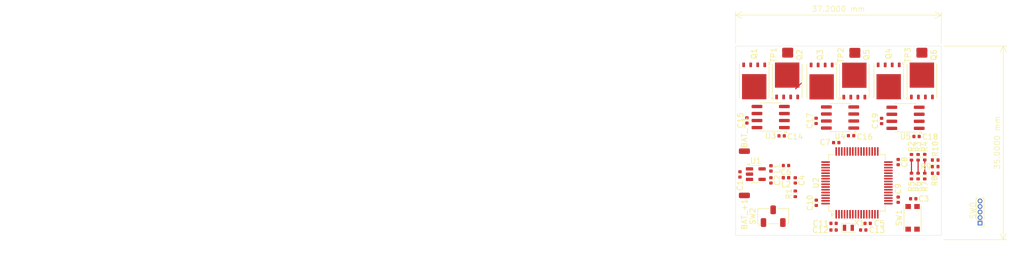
<source format=kicad_pcb>
(kicad_pcb (version 20240108) (generator "pcbnew") (generator_version "8.0")
  (layers (0 "F.Cu" mixed) (1 "In1.Cu" power "GND") (2 "In2.Cu" power "PWR") (31 "B.Cu" mixed) (34 "B.Paste" user) (35 "F.Paste" user) (36 "B.SilkS" user "B.Silkscreen") (37 "F.SilkS" user "F.Silkscreen") (38 "B.Mask" user) (39 "F.Mask" user) (44 "Edge.Cuts" user))
  (net 0 "")
  (net 1 "GND")
  (net 2 "+15V")
  (net 3 "+3.3V")
  (net 4 "SWCLK")
  (net 5 "SWDIO")
  (net 6 "/BOOT0")
  (net 7 "PH_A")
  (net 8 "PH_B")
  (net 9 "/BOOT0_SW")
  (net 10 "PH_C")
  (net 11 "Net-(U3-HB)")
  (net 12 "COMP1_INM")
  (net 13 "Net-(U4-HB)")
  (net 14 "Net-(U5-HB)")
  (net 15 "COMP1_INP")
  (net 16 "Net-(Q1-G)")
  (net 17 "Net-(Q2-G)")
  (net 18 "Net-(Q3-G)")
  (net 19 "Net-(Q4-G)")
  (net 20 "Net-(Q5-G)")
  (net 21 "Net-(Q6-G)")
  (net 22 "BL")
  (net 23 "AL")
  (net 24 "AH")
  (net 25 "BH")
  (net 26 "CH")
  (net 27 "CL")
  (net 28 "+3.3VA")
  (net 29 "Net-(U1-SW)")
  (net 69 "/HSE")
  (net 70 "SW_JT_RESET")
  (footprint "Capacitor_SMD:C_0402_1005Metric" (layer "F.Cu") (at 198.285 40.4 180)
    (property "Reference" "C16" (at -2.48 -0.2 0) (layer "F.SilkS"))
    (property "Value" "100nF")
    (fp_line (start -0.107836 0.36) (end 0.107836 0.36) (stroke (width 0.12)) (layer "F.SilkS"))
    (fp_line (start -0.107836 -0.36) (end 0.107836 -0.36) (stroke (width 0.12)) (layer "F.SilkS"))
    (pad "1" smd roundrect (at -0.48 0 180) (size 0.56 0.62) (layers "F.Cu" "F.Paste" "F.Mask") (net 2 "+15V"))
    (pad "2" smd roundrect (at 0.48 0 180) (size 0.56 0.62) (layers "F.Cu" "F.Paste" "F.Mask") (net 1 "GND"))
  )
  (footprint "" (layer "F.Cu") (at 198.965 25.025)
    (property "Reference" "" (at 0 0 0) (layer "F.SilkS") (effects (font (size 1.27 1.27))))
    (property "Value" "")
    (pad "1" smd roundrect (at 0 0 90) (size 1 2) (layers "F.Cu" "F.Paste" "F.Mask") (net 8 "PH_B"))
  )
  (footprint "Resistor_SMD:R_0402_1005Metric" (layer "F.Cu") (at 210.4 44.3 90)
    (property "Reference" "R3" (at 1.91 0 90) (layer "F.SilkS"))
    (property "Value" "33k")
    (fp_line (start -0.153641 -0.38) (end 0.153641 -0.38) (stroke (width 0.12)) (layer "F.SilkS"))
    (fp_line (start -0.153641 0.38) (end 0.153641 0.38) (stroke (width 0.12)) (layer "F.SilkS"))
    (pad "1" smd roundrect (at -0.51 0 90) (size 0.54 0.64) (layers "F.Cu" "F.Paste" "F.Mask") (net 8 "PH_B"))
    (pad "2" smd roundrect (at 0.51 0 90) (size 0.54 0.64) (layers "F.Cu" "F.Paste" "F.Mask") (net 8 "PH_B"))
  )
  (footprint "Capacitor_SMD:C_0402_1005Metric" (layer "F.Cu") (at 201.28 56.25 180)
    (property "Reference" "C5" (at -2.12 0 0) (layer "F.SilkS"))
    (property "Value" "10nF")
    (fp_line (start -0.107836 0.36) (end 0.107836 0.36) (stroke (width 0.12)) (layer "F.SilkS"))
    (fp_line (start -0.107836 -0.36) (end 0.107836 -0.36) (stroke (width 0.12)) (layer "F.SilkS"))
    (pad "1" smd roundrect (at -0.48 0 180) (size 0.56 0.62) (layers "F.Cu" "F.Paste" "F.Mask") (net 28 "+3.3VA"))
    (pad "2" smd roundrect (at 0.48 0 180) (size 0.56 0.62) (layers "F.Cu" "F.Paste" "F.Mask") (net 1 "GND"))
  )
  (footprint "Inductor_SMD:L_0402_1005Metric" (layer "F.Cu") (at 186.515 48)
    (property "Reference" "L2" (at 0 1.2 0) (layer "F.SilkS"))
    (property "Value" "1uH")
    (pad "1" smd roundrect (at -0.485 0) (size 0.59 0.64) (layers "F.Cu" "F.Paste" "F.Mask") (net 3 "+3.3V"))
    (pad "2" smd roundrect (at 0.485 0) (size 0.59 0.64) (layers "F.Cu" "F.Paste" "F.Mask") (net 28 "+3.3VA"))
  )
  (footprint "Capacitor_SMD:C_0402_1005Metric" (layer "F.Cu") (at 191.965 37.72 90)
    (property "Reference" "C17" (at 0 -1.16 90) (layer "F.SilkS"))
    (property "Value" "100nF")
    (fp_line (start -0.107836 -0.36) (end 0.107836 -0.36) (stroke (width 0.12)) (layer "F.SilkS"))
    (fp_line (start -0.107836 0.36) (end 0.107836 0.36) (stroke (width 0.12)) (layer "F.SilkS"))
    (pad "1" smd roundrect (at -0.48 0 90) (size 0.56 0.62) (layers "F.Cu" "F.Paste" "F.Mask") (net 13 "Net-(U4-HB)"))
    (pad "2" smd roundrect (at 0.48 0 90) (size 0.56 0.62) (layers "F.Cu" "F.Paste" "F.Mask") (net 8 "PH_B"))
  )
  (footprint "Resistor_SMD:R_0402_1005Metric" (layer "F.Cu") (at 213.49 47.2 180)
    (property "Reference" "R8" (at 0.09 -1.39 90) (layer "F.SilkS"))
    (property "Value" "10k")
    (fp_line (start -0.153641 0.38) (end 0.153641 0.38) (stroke (width 0.12)) (layer "F.SilkS"))
    (fp_line (start -0.153641 -0.38) (end 0.153641 -0.38) (stroke (width 0.12)) (layer "F.SilkS"))
    (pad "1" smd roundrect (at -0.51 0 180) (size 0.54 0.64) (layers "F.Cu" "F.Paste" "F.Mask") (net 1 "GND"))
    (pad "2" smd roundrect (at 0.51 0 180) (size 0.54 0.64) (layers "F.Cu" "F.Paste" "F.Mask") (net 10 "PH_C"))
  )
  (footprint "Capacitor_SMD:C_0402_1005Metric" (layer "F.Cu") (at 203.8 37.74 90)
    (property "Reference" "C19" (at 0 -1.16 90) (layer "F.SilkS"))
    (property "Value" "100nF")
    (fp_line (start -0.107836 -0.36) (end 0.107836 -0.36) (stroke (width 0.12)) (layer "F.SilkS"))
    (fp_line (start -0.107836 0.36) (end 0.107836 0.36) (stroke (width 0.12)) (layer "F.SilkS"))
    (pad "1" smd roundrect (at -0.48 0 90) (size 0.56 0.62) (layers "F.Cu" "F.Paste" "F.Mask") (net 14 "Net-(U5-HB)"))
    (pad "2" smd roundrect (at 0.48 0 90) (size 0.56 0.62) (layers "F.Cu" "F.Paste" "F.Mask") (net 10 "PH_C"))
  )
  (footprint "Connector_PinHeader_1.00mm:PinHeader_1x05_P1.00mm_Vertical" (layer "F.Cu") (at 221.6 56.2 180)
    (property "Reference" "J1" (hide yes))
    (property "Value" "Conn_01x05_Pin")
    (fp_line (start 0.695 0.685) (end 0.695 4.56) (stroke (width 0.12)) (layer "F.SilkS"))
    (fp_line (start 0.608276 0.685) (end 0.695 0.685) (stroke (width 0.12)) (layer "F.SilkS"))
    (fp_line (start 0.394493 4.56) (end 0.695 4.56) (stroke (width 0.12)) (layer "F.SilkS"))
    (fp_line (start -0.695 4.56) (end -0.394493 4.56) (stroke (width 0.12)) (layer "F.SilkS"))
    (fp_line (start -0.695 0.685) (end -0.608276 0.685) (stroke (width 0.12)) (layer "F.SilkS"))
    (fp_line (start -0.695 0.685) (end -0.695 4.56) (stroke (width 0.12)) (layer "F.SilkS"))
    (fp_line (start -0.695 0) (end -0.695 -0.685) (stroke (width 0.12)) (layer "F.SilkS"))
    (fp_line (start -0.695 -0.685) (end 0 -0.685) (stroke (width 0.12)) (layer "F.SilkS"))
    (pad "1" thru_hole rect (at 0 0 180) (size 0.85 0.85) (drill 0.5) (layers "*.Cu" "*.Mask") (net 3 "+3.3V"))
    (pad "2" thru_hole oval (at 0 1 180) (size 0.85 0.85) (drill 0.5) (layers "*.Cu" "*.Mask") (net 5 "SWDIO"))
    (pad "3" thru_hole oval (at 0 2 180) (size 0.85 0.85) (drill 0.5) (layers "*.Cu" "*.Mask") (net 70 "SW_JT_RESET"))
    (pad "4" thru_hole oval (at 0 3 180) (size 0.85 0.85) (drill 0.5) (layers "*.Cu" "*.Mask") (net 4 "SWCLK"))
    (pad "5" thru_hole oval (at 0 4 180) (size 0.85 0.85) (drill 0.5) (layers "*.Cu" "*.Mask") (net 1 "GND"))
  )
  (footprint "Package_TO_SOT_SMD:TDSON-8-1" (layer "F.Cu") (at 192.965 30.52 -90)
    (property "Reference" "Q3" (at -4.72 0.28 90) (layer "F.SilkS"))
    (property "Value" "BSC265N10LSFG")
    (fp_line (start 3.06 2.685) (end -3.06 2.685) (stroke (width 0.12)) (layer "F.SilkS"))
    (fp_line (start 3.06 -2.685) (end -2.62 -2.685) (stroke (width 0.12)) (layer "F.SilkS"))
    (fp_poly (pts (xy -3.131622 -2.42027) (xy -3.371622 -2.75027) (xy -2.891622 -2.75027) (xy -3.131622 -2.42027)) (stroke (width 0.12)) (fill solid) (layer "F.SilkS"))
    (pad "1" smd roundrect (at -2.9 -1.905 270) (size 0.85 0.5) (layers "F.Cu" "F.Paste" "F.Mask") (net 8 "PH_B"))
    (pad "2" smd roundrect (at -2.9 -0.635 270) (size 0.85 0.5) (layers "F.Cu" "F.Paste" "F.Mask") (net 8 "PH_B"))
    (pad "3" smd roundrect (at -2.9 0.635 270) (size 0.85 0.5) (layers "F.Cu" "F.Paste" "F.Mask") (net 8 "PH_B"))
    (pad "4" smd roundrect (at -2.9 1.905 270) (size 0.85 0.5) (layers "F.Cu" "F.Paste" "F.Mask") (net 18 "Net-(Q3-G)"))
    (pad "5" smd rect (at 1.05 0 270) (size 4.55 4.41) (layers "F.Cu") (net 2 "+15V"))
  )
  (footprint "Capacitor_SMD:C_0402_1005Metric" (layer "F.Cu") (at 188.2 48.48 -90)
    (property "Reference" "C4" (at 0 -1.16 90) (layer "F.SilkS"))
    (property "Value" "1uF")
    (fp_line (start -0.107836 0.36) (end 0.107836 0.36) (stroke (width 0.12)) (layer "F.SilkS"))
    (fp_line (start -0.107836 -0.36) (end 0.107836 -0.36) (stroke (width 0.12)) (layer "F.SilkS"))
    (pad "1" smd roundrect (at -0.48 0 270) (size 0.56 0.62) (layers "F.Cu" "F.Paste" "F.Mask") (net 28 "+3.3VA"))
    (pad "2" smd roundrect (at 0.48 0 270) (size 0.56 0.62) (layers "F.Cu" "F.Paste" "F.Mask") (net 1 "GND"))
  )
  (footprint "Inductor_SMD:L_0402_1005Metric" (layer "F.Cu") (at 183.8 46.315 -90)
    (property "Reference" "L1" (at 0 -1.17 90) (layer "F.SilkS"))
    (property "Value" "1uH")
    (pad "1" smd roundrect (at -0.485 0 270) (size 0.59 0.64) (layers "F.Cu" "F.Paste" "F.Mask") (net 29 "Net-(U1-SW)"))
    (pad "2" smd roundrect (at 0.485 0 270) (size 0.59 0.64) (layers "F.Cu" "F.Paste" "F.Mask") (net 3 "+3.3V"))
  )
  (footprint "Capacitor_SMD:C_0402_1005Metric" (layer "F.Cu") (at 206.8 45.17 -90)
    (property "Reference" "C8" (at 0 -1.16 90) (layer "F.SilkS"))
    (property "Value" "100nF")
    (fp_line (start -0.107836 0.36) (end 0.107836 0.36) (stroke (width 0.12)) (layer "F.SilkS"))
    (fp_line (start -0.107836 -0.36) (end 0.107836 -0.36) (stroke (width 0.12)) (layer "F.SilkS"))
    (pad "1" smd roundrect (at -0.48 0 270) (size 0.56 0.62) (layers "F.Cu" "F.Paste" "F.Mask") (net 3 "+3.3V"))
    (pad "2" smd roundrect (at 0.48 0 270) (size 0.56 0.62) (layers "F.Cu" "F.Paste" "F.Mask") (net 1 "GND"))
  )
  (footprint "Package_SO:SOIC-8_3.9x4.9mm_P1.27mm" (layer "F.Cu") (at 196.29 37.115 180)
    (property "Reference" "U4" (at 0 -3.4 0) (layer "F.SilkS"))
    (property "Value" "LM5109AMA")
    (fp_line (start 0 2.56) (end 1.95 2.56) (stroke (width 0.12)) (layer "F.SilkS"))
    (fp_line (start 0 2.56) (end -1.95 2.56) (stroke (width 0.12)) (layer "F.SilkS"))
    (fp_line (start 0 -2.56) (end 1.95 -2.56) (stroke (width 0.12)) (layer "F.SilkS"))
    (fp_line (start 0 -2.56) (end -1.95 -2.56) (stroke (width 0.12)) (layer "F.SilkS"))
    (fp_poly (pts (xy -2.7 -2.465) (xy -2.94 -2.795) (xy -2.46 -2.795) (xy -2.7 -2.465)) (stroke (width 0.12)) (fill solid) (layer "F.SilkS"))
    (pad "1" smd roundrect (at -2.475 -1.905 180) (size 1.95 0.6) (layers "F.Cu" "F.Paste" "F.Mask") (net 2 "+15V"))
    (pad "2" smd roundrect (at -2.475 -0.635 180) (size 1.95 0.6) (layers "F.Cu" "F.Paste" "F.Mask") (net 25 "BH"))
    (pad "3" smd roundrect (at -2.475 0.635 180) (size 1.95 0.6) (layers "F.Cu" "F.Paste" "F.Mask") (net 22 "BL"))
    (pad "4" smd roundrect (at -2.475 1.905 180) (size 1.95 0.6) (layers "F.Cu" "F.Paste" "F.Mask") (net 1 "GND"))
    (pad "5" smd roundrect (at 2.475 1.905 180) (size 1.95 0.6) (layers "F.Cu" "F.Paste" "F.Mask") (net 20 "Net-(Q5-G)"))
    (pad "6" smd roundrect (at 2.475 0.635 180) (size 1.95 0.6) (layers "F.Cu" "F.Paste" "F.Mask") (net 8 "PH_B"))
    (pad "7" smd roundrect (at 2.475 -0.635 180) (size 1.95 0.6) (layers "F.Cu" "F.Paste" "F.Mask") (net 18 "Net-(Q3-G)"))
    (pad "8" smd roundrect (at 2.475 -1.905 180) (size 1.95 0.6) (layers "F.Cu" "F.Paste" "F.Mask") (net 13 "Net-(U4-HB)"))
  )
  (footprint "Capacitor_SMD:C_0402_1005Metric" (layer "F.Cu") (at 178.2 47.4 90)
    (property "Reference" "C1" (at -2 0 90) (layer "F.SilkS"))
    (property "Value" "4.7pF")
    (fp_line (start -0.107836 -0.36) (end 0.107836 -0.36) (stroke (width 0.12)) (layer "F.SilkS"))
    (fp_line (start -0.107836 0.36) (end 0.107836 0.36) (stroke (width 0.12)) (layer "F.SilkS"))
    (pad "1" smd roundrect (at -0.48 0 90) (size 0.56 0.62) (layers "F.Cu" "F.Paste" "F.Mask") (net 2 "+15V"))
    (pad "2" smd roundrect (at 0.48 0 90) (size 0.56 0.62) (layers "F.Cu" "F.Paste" "F.Mask") (net 1 "GND"))
  )
  (footprint "Package_TO_SOT_SMD:TSOT-23-5" (layer "F.Cu") (at 181.0625 47.35)
    (property "Reference" "U1" (at 0 -2.4 0) (layer "F.SilkS"))
    (property "Value" "ADP2108AUJ-3.3")
    (fp_line (start 0 -1.56) (end -0.8 -1.56) (stroke (width 0.12)) (layer "F.SilkS"))
    (fp_line (start 0 -1.56) (end 0.8 -1.56) (stroke (width 0.12)) (layer "F.SilkS"))
    (fp_line (start 0 1.56) (end -0.8 1.56) (stroke (width 0.12)) (layer "F.SilkS"))
    (fp_line (start 0 1.56) (end 0.8 1.56) (stroke (width 0.12)) (layer "F.SilkS"))
    (fp_poly (pts (xy -1.3 -1.51) (xy -1.54 -1.84) (xy -1.06 -1.84) (xy -1.3 -1.51)) (stroke (width 0.12)) (fill solid) (layer "F.SilkS"))
    (pad "1" smd roundrect (at -1.1375 -0.95) (size 1.325 0.6) (layers "F.Cu" "F.Paste" "F.Mask") (net 2 "+15V"))
    (pad "2" smd roundrect (at -1.1375 0) (size 1.325 0.6) (layers "F.Cu" "F.Paste" "F.Mask") (net 1 "GND"))
    (pad "3" smd roundrect (at -1.1375 0.95) (size 1.325 0.6) (layers "F.Cu" "F.Paste" "F.Mask") (net 2 "+15V"))
    (pad "4" smd roundrect (at 1.1375 0.95) (size 1.325 0.6) (layers "F.Cu" "F.Paste" "F.Mask") (net 3 "+3.3V"))
    (pad "5" smd roundrect (at 1.1375 -0.95) (size 1.325 0.6) (layers "F.Cu" "F.Paste" "F.Mask") (net 29 "Net-(U1-SW)"))
  )
  (footprint "Resistor_SMD:R_0402_1005Metric" (layer "F.Cu") (at 210.4 47.7 -90)
    (property "Reference" "R6" (at 1.91 0 90) (layer "F.SilkS"))
    (property "Value" "33k")
    (fp_line (start -0.153641 0.38) (end 0.153641 0.38) (stroke (width 0.12)) (layer "F.SilkS"))
    (fp_line (start -0.153641 -0.38) (end 0.153641 -0.38) (stroke (width 0.12)) (layer "F.SilkS"))
    (pad "1" smd roundrect (at -0.51 0 270) (size 0.54 0.64) (layers "F.Cu" "F.Paste" "F.Mask") (net 8 "PH_B"))
    (pad "2" smd roundrect (at 0.51 0 270) (size 0.54 0.64) (layers "F.Cu" "F.Paste" "F.Mask") (net 12 "COMP1_INM"))
  )
  (footprint "Connector_Wire:SolderWirePad_1x01_SMD_1x2mm" (layer "F.Cu") (at 186.825 25.795 90)
    (property "Reference" "TP1" (at 0 -2.54 90) (layer "F.SilkS"))
    (property "Value" "PH_A")
    (pad "1" smd roundrect (at 0 0 90) (size 1 2) (layers "F.Cu" "F.Paste" "F.Mask") (net 7 "PH_A"))
  )
  (footprint "Package_TO_SOT_SMD:TDSON-8-1" (layer "F.Cu") (at 198.87 30.525 90)
    (property "Reference" "Q5" (at 4.725 2.215 90) (layer "F.SilkS"))
    (property "Value" "BSC265N10LSFG")
    (fp_line (start 3.06 -2.685) (end -2.62 -2.685) (stroke (width 0.12)) (layer "F.SilkS"))
    (fp_line (start 3.06 2.685) (end -3.06 2.685) (stroke (width 0.12)) (layer "F.SilkS"))
    (fp_poly (pts (xy -3.131622 -2.42027) (xy -3.371622 -2.75027) (xy -2.891622 -2.75027) (xy -3.131622 -2.42027)) (stroke (width 0.12)) (fill solid) (layer "F.SilkS"))
    (pad "1" smd roundrect (at -2.9 -1.905 90) (size 0.85 0.5) (layers "F.Cu" "F.Paste" "F.Mask") (net 1 "GND"))
    (pad "2" smd roundrect (at -2.9 -0.635 90) (size 0.85 0.5) (layers "F.Cu" "F.Paste" "F.Mask") (net 1 "GND"))
    (pad "3" smd roundrect (at -2.9 0.635 90) (size 0.85 0.5) (layers "F.Cu" "F.Paste" "F.Mask") (net 1 "GND"))
    (pad "4" smd roundrect (at -2.9 1.905 90) (size 0.85 0.5) (layers "F.Cu" "F.Paste" "F.Mask") (net 20 "Net-(Q5-G)"))
    (pad "5" smd rect (at 1.05 0 90) (size 4.55 4.41) (layers "F.Cu") (net 8 "PH_B"))
  )
  (footprint "Connector_Wire:SolderWirePad_1x01_SMD_1x2mm" (layer "F.Cu") (at 211.085 25.8 90)
    (property "Reference" "TP3" (at 0 -2.54 90) (layer "F.SilkS"))
    (property "Value" "PH_C")
    (pad "1" smd roundrect (at 0 0 90) (size 1 2) (layers "F.Cu" "F.Paste" "F.Mask") (net 10 "PH_C"))
  )
  (footprint "Capacitor_SMD:C_0402_1005Metric" (layer "F.Cu") (at 210.12 40.545 180)
    (property "Reference" "C18" (at -2.445 -0.055 0) (layer "F.SilkS"))
    (property "Value" "100nF")
    (fp_line (start -0.107836 0.36) (end 0.107836 0.36) (stroke (width 0.12)) (layer "F.SilkS"))
    (fp_line (start -0.107836 -0.36) (end 0.107836 -0.36) (stroke (width 0.12)) (layer "F.SilkS"))
    (pad "1" smd roundrect (at -0.48 0 180) (size 0.56 0.62) (layers "F.Cu" "F.Paste" "F.Mask") (net 2 "+15V"))
    (pad "2" smd roundrect (at 0.48 0 180) (size 0.56 0.62) (layers "F.Cu" "F.Paste" "F.Mask") (net 1 "GND"))
  )
  (footprint "Connector_Wire:SolderWirePad_1x01_SMD_1x2mm" (layer "F.Cu") (at 179 51.2 90)
    (property "Reference" "BAT_+1" (at -3.4 0 90) (layer "F.SilkS"))
    (property "Value" "BAT_IN")
    (pad "1" smd roundrect (at 0 0 90) (size 1 2) (layers "F.Cu" "F.Paste" "F.Mask") (net 2 "+15V"))
  )
  (footprint "Crystal:Crystal_SMD_2012-2Pin_2.0x1.2mm" (layer "F.Cu") (at 197.8 57.05)
    (property "Reference" "X1" (at 2 -0.85 180) (layer "F.SilkS"))
    (property "Value" "32MHz")
    (fp_line (start -1.2 -0.8) (end -1.2 0.8) (stroke (width 0.12)) (layer "F.SilkS"))
    (fp_line (start -1.2 0.8) (end 1.2 0.8) (stroke (width 0.12)) (layer "F.SilkS"))
    (fp_line (start 1.2 -0.8) (end -1.2 -0.8) (stroke (width 0.12)) (layer "F.SilkS"))
    (pad "1" smd rect (at -0.7 0) (size 0.6 1.1) (layers "F.Cu" "F.Paste" "F.Mask") (net 69 "/HSE"))
    (pad "2" smd rect (at 0.7 0) (size 0.6 1.1) (layers "F.Cu" "F.Paste" "F.Mask") (net 69 "/HSE"))
  )
  (footprint "Resistor_SMD:R_0402_1005Metric" (layer "F.Cu") (at 209.2 47.7 -90)
    (property "Reference" "R5" (at 1.89 0 90) (layer "F.SilkS"))
    (property "Value" "33k")
    (fp_line (start -0.153641 0.38) (end 0.153641 0.38) (stroke (width 0.12)) (layer "F.SilkS"))
    (fp_line (start -0.153641 -0.38) (end 0.153641 -0.38) (stroke (width 0.12)) (layer "F.SilkS"))
    (pad "1" smd roundrect (at -0.51 0 270) (size 0.54 0.64) (layers "F.Cu" "F.Paste" "F.Mask") (net 7 "PH_A"))
    (pad "2" smd roundrect (at 0.51 0 270) (size 0.54 0.64) (layers "F.Cu" "F.Paste" "F.Mask") (net 12 "COMP1_INM"))
  )
  (footprint "Capacitor_SMD:C_0402_1005Metric" (layer "F.Cu") (at 183.8 48.48 -90)
    (property "Reference" "C2" (at 0 -1.16 90) (layer "F.SilkS"))
    (property "Value" "10uF")
    (fp_line (start -0.107836 0.36) (end 0.107836 0.36) (stroke (width 0.12)) (layer "F.SilkS"))
    (fp_line (start -0.107836 -0.36) (end 0.107836 -0.36) (stroke (width 0.12)) (layer "F.SilkS"))
    (pad "1" smd roundrect (at -0.48 0 270) (size 0.56 0.62) (layers "F.Cu" "F.Paste" "F.Mask") (net 3 "+3.3V"))
    (pad "2" smd roundrect (at 0.48 0 270) (size 0.56 0.62) (layers "F.Cu" "F.Paste" "F.Mask") (net 1 "GND"))
  )
  (footprint "Capacitor_SMD:C_0402_1005Metric" (layer "F.Cu") (at 195.12 56.25 180)
    (property "Reference" "C11" (at 2.32 0 0) (layer "F.SilkS"))
    (property "Value" "100nF")
    (fp_line (start -0.107836 0.36) (end 0.107836 0.36) (stroke (width 0.12)) (layer "F.SilkS"))
    (fp_line (start -0.107836 -0.36) (end 0.107836 -0.36) (stroke (width 0.12)) (layer "F.SilkS"))
    (pad "1" smd roundrect (at -0.48 0 180) (size 0.56 0.62) (layers "F.Cu" "F.Paste" "F.Mask") (net 3 "+3.3V"))
    (pad "2" smd roundrect (at 0.48 0 180) (size 0.56 0.62) (layers "F.Cu" "F.Paste" "F.Mask") (net 1 "GND"))
  )
  (footprint "Capacitor_SMD:C_0402_1005Metric" (layer "F.Cu") (at 185.735 40.435 180)
    (property "Reference" "C14" (at -2.43 -0.165 0) (layer "F.SilkS"))
    (property "Value" "100nF")
    (fp_line (start -0.107836 0.36) (end 0.107836 0.36) (stroke (width 0.12)) (layer "F.SilkS"))
    (fp_line (start -0.107836 -0.36) (end 0.107836 -0.36) (stroke (width 0.12)) (layer "F.SilkS"))
    (pad "1" smd roundrect (at -0.48 0 180) (size 0.56 0.62) (layers "F.Cu" "F.Paste" "F.Mask") (net 2 "+15V"))
    (pad "2" smd roundrect (at 0.48 0 180) (size 0.56 0.62) (layers "F.Cu" "F.Paste" "F.Mask") (net 1 "GND"))
  )
  (footprint "Package_TO_SOT_SMD:TDSON-8-1" (layer "F.Cu") (at 180.775 30.495 -90)
    (property "Reference" "Q1" (at -4.895 0.01 90) (layer "F.SilkS"))
    (property "Value" "BSC265N10LSFG")
    (fp_line (start 3.06 2.685) (end -3.06 2.685) (stroke (width 0.12)) (layer "F.SilkS"))
    (fp_line (start 3.06 -2.685) (end -2.62 -2.685) (stroke (width 0.12)) (layer "F.SilkS"))
    (fp_poly (pts (xy -3.131622 -2.42027) (xy -3.371622 -2.75027) (xy -2.891622 -2.75027) (xy -3.131622 -2.42027)) (stroke (width 0.12)) (fill solid) (layer "F.SilkS"))
    (pad "1" smd roundrect (at -2.9 -1.905 270) (size 0.85 0.5) (layers "F.Cu" "F.Paste" "F.Mask") (net 7 "PH_A"))
    (pad "2" smd roundrect (at -2.9 -0.635 270) (size 0.85 0.5) (layers "F.Cu" "F.Paste" "F.Mask") (net 7 "PH_A"))
    (pad "3" smd roundrect (at -2.9 0.635 270) (size 0.85 0.5) (layers "F.Cu" "F.Paste" "F.Mask") (net 7 "PH_A"))
    (pad "4" smd roundrect (at -2.9 1.905 270) (size 0.85 0.5) (layers "F.Cu" "F.Paste" "F.Mask") (net 16 "Net-(Q1-G)"))
    (pad "5" smd rect (at 1.05 0 270) (size 4.55 4.41) (layers "F.Cu") (net 2 "+15V"))
  )
  (footprint "Connector_Wire:SolderWirePad_1x01_SMD_1x2mm" (layer "F.Cu") (at 198.965 25.825 90)
    (property "Reference" "TP2" (at 0 -2.54 90) (layer "F.SilkS"))
    (property "Value" "PH_B")
    (pad "1" smd roundrect (at 0 0 90) (size 1 2) (layers "F.Cu" "F.Paste" "F.Mask") (net 8 "PH_B"))
  )
  (footprint "Package_TO_SOT_SMD:TDSON-8-1" (layer "F.Cu") (at 205.085 30.5 -90)
    (property "Reference" "Q4" (at -4.9 0.035 90) (layer "F.SilkS"))
    (property "Value" "BSC265N10LSFG")
    (fp_line (start 3.06 2.685) (end -3.06 2.685) (stroke (width 0.12)) (layer "F.SilkS"))
    (fp_line (start 3.06 -2.685) (end -2.62 -2.685) (stroke (width 0.12)) (layer "F.SilkS"))
    (fp_poly (pts (xy -3.131622 -2.42027) (xy -3.371622 -2.75027) (xy -2.891622 -2.75027) (xy -3.131622 -2.42027)) (stroke (width 0.12)) (fill solid) (layer "F.SilkS"))
    (pad "1" smd roundrect (at -2.9 -1.905 270) (size 0.85 0.5) (layers "F.Cu" "F.Paste" "F.Mask") (net 10 "PH_C"))
    (pad "2" smd roundrect (at -2.9 -0.635 270) (size 0.85 0.5) (layers "F.Cu" "F.Paste" "F.Mask") (net 10 "PH_C"))
    (pad "3" smd roundrect (at -2.9 0.635 270) (size 0.85 0.5) (layers "F.Cu" "F.Paste" "F.Mask") (net 10 "PH_C"))
    (pad "4" smd roundrect (at -2.9 1.905 270) (size 0.85 0.5) (layers "F.Cu" "F.Paste" "F.Mask") (net 19 "Net-(Q4-G)"))
    (pad "5" smd rect (at 1.05 0 270) (size 4.55 4.41) (layers "F.Cu") (net 2 "+15V"))
  )
  (footprint "Resistor_SMD:R_0402_1005Metric" (layer "F.Cu") (at 211.6 44.28 90)
    (property "Reference" "R4" (at 1.89 0 90) (layer "F.SilkS"))
    (property "Value" "33k")
    (fp_line (start -0.153641 -0.38) (end 0.153641 -0.38) (stroke (width 0.12)) (layer "F.SilkS"))
    (fp_line (start -0.153641 0.38) (end 0.153641 0.38) (stroke (width 0.12)) (layer "F.SilkS"))
    (pad "1" smd roundrect (at -0.51 0 90) (size 0.54 0.64) (layers "F.Cu" "F.Paste" "F.Mask") (net 10 "PH_C"))
    (pad "2" smd roundrect (at 0.51 0 90) (size 0.54 0.64) (layers "F.Cu" "F.Paste" "F.Mask") (net 10 "PH_C"))
  )
  (footprint "Resistor_SMD:R_0402_1005Metric" (layer "F.Cu") (at 213.49 45.99 180)
    (property "Reference" "R9" (at 1.69 -0.01 0) (layer "F.SilkS"))
    (property "Value" "10k")
    (fp_line (start -0.153641 0.38) (end 0.153641 0.38) (stroke (width 0.12)) (layer "F.SilkS"))
    (fp_line (start -0.153641 -0.38) (end 0.153641 -0.38) (stroke (width 0.12)) (layer "F.SilkS"))
    (pad "1" smd roundrect (at -0.51 0 180) (size 0.54 0.64) (layers "F.Cu" "F.Paste" "F.Mask") (net 1 "GND"))
    (pad "2" smd roundrect (at 0.51 0 180) (size 0.54 0.64) (layers "F.Cu" "F.Paste" "F.Mask") (net 8 "PH_B"))
  )
  (footprint "" (layer "F.Cu") (at 186.825 24.995)
    (property "Reference" "" (at 0 0 0) (layer "F.SilkS") (effects (font (size 1.27 1.27))))
    (property "Value" "")
    (pad "1" smd roundrect (at 0 0 90) (size 1 2) (layers "F.Cu" "F.Paste" "F.Mask") (net 7 "PH_A"))
  )
  (footprint "Package_SO:SOIC-8_3.9x4.9mm_P1.27mm" (layer "F.Cu") (at 208.125 37.165 180)
    (property "Reference" "U5" (at 0 -3.4 0) (layer "F.SilkS"))
    (property "Value" "LM5109AMA")
    (fp_line (start 0 2.56) (end 1.95 2.56) (stroke (width 0.12)) (layer "F.SilkS"))
    (fp_line (start 0 2.56) (end -1.95 2.56) (stroke (width 0.12)) (layer "F.SilkS"))
    (fp_line (start 0 -2.56) (end 1.95 -2.56) (stroke (width 0.12)) (layer "F.SilkS"))
    (fp_line (start 0 -2.56) (end -1.95 -2.56) (stroke (width 0.12)) (layer "F.SilkS"))
    (fp_poly (pts (xy -2.7 -2.465) (xy -2.94 -2.795) (xy -2.46 -2.795) (xy -2.7 -2.465)) (stroke (width 0.12)) (fill solid) (layer "F.SilkS"))
    (pad "1" smd roundrect (at -2.475 -1.905 180) (size 1.95 0.6) (layers "F.Cu" "F.Paste" "F.Mask") (net 2 "+15V"))
    (pad "2" smd roundrect (at -2.475 -0.635 180) (size 1.95 0.6) (layers "F.Cu" "F.Paste" "F.Mask") (net 26 "CH"))
    (pad "3" smd roundrect (at -2.475 0.635 180) (size 1.95 0.6) (layers "F.Cu" "F.Paste" "F.Mask") (net 27 "CL"))
    (pad "4" smd roundrect (at -2.475 1.905 180) (size 1.95 0.6) (layers "F.Cu" "F.Paste" "F.Mask") (net 1 "GND"))
    (pad "5" smd roundrect (at 2.475 1.905 180) (size 1.95 0.6) (layers "F.Cu" "F.Paste" "F.Mask") (net 21 "Net-(Q6-G)"))
    (pad "6" smd roundrect (at 2.475 0.635 180) (size 1.95 0.6) (layers "F.Cu" "F.Paste" "F.Mask") (net 10 "PH_C"))
    (pad "7" smd roundrect (at 2.475 -0.635 180) (size 1.95 0.6) (layers "F.Cu" "F.Paste" "F.Mask") (net 19 "Net-(Q4-G)"))
    (pad "8" smd roundrect (at 2.475 -1.905 180) (size 1.95 0.6) (layers "F.Cu" "F.Paste" "F.Mask") (net 14 "Net-(U5-HB)"))
  )
  (footprint "Resistor_SMD:R_0402_1005Metric" (layer "F.Cu") (at 209.2 44.3 90)
    (property "Reference" "R2" (at 1.91 0 90) (layer "F.SilkS"))
    (property "Value" "33k")
    (fp_line (start -0.153641 -0.38) (end 0.153641 -0.38) (stroke (width 0.12)) (layer "F.SilkS"))
    (fp_line (start -0.153641 0.38) (end 0.153641 0.38) (stroke (width 0.12)) (layer "F.SilkS"))
    (pad "1" smd roundrect (at -0.51 0 90) (size 0.54 0.64) (layers "F.Cu" "F.Paste" "F.Mask") (net 7 "PH_A"))
    (pad "2" smd roundrect (at 0.51 0 90) (size 0.54 0.64) (layers "F.Cu" "F.Paste" "F.Mask") (net 7 "PH_A"))
  )
  (footprint "Resistor_SMD:R_0402_1005Metric" (layer "F.Cu") (at 213.49 44.8 180)
    (property "Reference" "R10" (at 0 2 90) (layer "F.SilkS"))
    (property "Value" "10k")
    (fp_line (start -0.153641 0.38) (end 0.153641 0.38) (stroke (width 0.12)) (layer "F.SilkS"))
    (fp_line (start -0.153641 -0.38) (end 0.153641 -0.38) (stroke (width 0.12)) (layer "F.SilkS"))
    (pad "1" smd roundrect (at -0.51 0 180) (size 0.54 0.64) (layers "F.Cu" "F.Paste" "F.Mask") (net 1 "GND"))
    (pad "2" smd roundrect (at 0.51 0 180) (size 0.54 0.64) (layers "F.Cu" "F.Paste" "F.Mask") (net 7 "PH_A"))
  )
  (footprint "Capacitor_SMD:C_0402_1005Metric" (layer "F.Cu") (at 195.6 41.65)
    (property "Reference" "C7" (at -2 -0.05 0) (layer "F.SilkS"))
    (property "Value" "100nF")
    (fp_line (start -0.107836 -0.36) (end 0.107836 -0.36) (stroke (width 0.12)) (layer "F.SilkS"))
    (fp_line (start -0.107836 0.36) (end 0.107836 0.36) (stroke (width 0.12)) (layer "F.SilkS"))
    (pad "1" smd roundrect (at -0.48 0) (size 0.56 0.62) (layers "F.Cu" "F.Paste" "F.Mask") (net 3 "+3.3V"))
    (pad "2" smd roundrect (at 0.48 0) (size 0.56 0.62) (layers "F.Cu" "F.Paste" "F.Mask") (net 1 "GND"))
  )
  (footprint "Capacitor_SMD:C_0402_1005Metric" (layer "F.Cu") (at 206.8 51.97 -90)
    (property "Reference" "C9" (at -1.97 0 90) (layer "F.SilkS"))
    (property "Value" "100nF")
    (fp_line (start -0.107836 0.36) (end 0.107836 0.36) (stroke (width 0.12)) (layer "F.SilkS"))
    (fp_line (start -0.107836 -0.36) (end 0.107836 -0.36) (stroke (width 0.12)) (layer "F.SilkS"))
    (pad "1" smd roundrect (at -0.48 0 270) (size 0.56 0.62) (layers "F.Cu" "F.Paste" "F.Mask") (net 3 "+3.3V"))
    (pad "2" smd roundrect (at 0.48 0 270) (size 0.56 0.62) (layers "F.Cu" "F.Paste" "F.Mask") (net 1 "GND"))
  )
  (footprint "Button_Switch_SMD:Nidec_Copal_CAS-120A" (layer "F.Cu") (at 184.2 54.95 90)
    (property "Reference" "SW2" (at 0 -3.7 90) (layer "F.SilkS"))
    (property "Value" "SW_Nidec_CAS-120A1")
    (fp_line (start 1.36 -2.81) (end 1.36 -0.8) (stroke (width 0.12)) (layer "F.SilkS"))
    (fp_line (start -1.36 -2.81) (end 1.36 -2.81) (stroke (width 0.12)) (layer "F.SilkS"))
    (fp_line (start -1.36 -2.55) (end -1.36 -2.8) (stroke (width 0.12)) (layer "F.SilkS"))
    (fp_line (start -1.36 -2.55) (end -1.9 -2.55) (stroke (width 0.12)) (layer "F.SilkS"))
    (fp_line (start -1.36 -0.98) (end -1.36 0.98) (stroke (width 0.12)) (layer "F.SilkS"))
    (fp_line (start 1.36 0.8) (end 1.36 2.81) (stroke (width 0.12)) (layer "F.SilkS"))
    (fp_line (start 1.35 2.81) (end -1.35 2.81) (stroke (width 0.12)) (layer "F.SilkS"))
    (fp_line (start -1.36 2.81) (end -1.36 2.55) (stroke (width 0.12)) (layer "F.SilkS"))
    (pad "1" smd roundrect (at -1.15 -1.75) (size 1 1.6) (layers "F.Cu" "F.Paste" "F.Mask") (net 3 "+3.3V"))
    (pad "2" smd roundrect (at 1.15 0) (size 1 1.6) (layers "F.Cu" "F.Paste" "F.Mask") (net 9 "/BOOT0_SW"))
    (pad "3" smd roundrect (at -1.15 1.75) (size 1 1.6) (layers "F.Cu" "F.Paste" "F.Mask") (net 1 "GND"))
  )
  (footprint "Package_TO_SOT_SMD:TDSON-8-1" (layer "F.Cu") (at 186.73 30.5 90)
    (property "Reference" "Q2" (at 4.7 2.235 90) (layer "F.SilkS"))
    (property "Value" "BSC265N10LSFG")
    (fp_line (start 3.06 -2.685) (end -2.62 -2.685) (stroke (width 0.12)) (layer "F.SilkS"))
    (fp_line (start 3.06 2.685) (end -3.06 2.685) (stroke (width 0.12)) (layer "F.SilkS"))
    (fp_poly (pts (xy -3.131622 -2.42027) (xy -3.371622 -2.75027) (xy -2.891622 -2.75027) (xy -3.131622 -2.42027)) (stroke (width 0.12)) (fill solid) (layer "F.SilkS"))
    (pad "1" smd roundrect (at -2.9 -1.905 90) (size 0.85 0.5) (layers "F.Cu" "F.Paste" "F.Mask") (net 1 "GND"))
    (pad "2" smd roundrect (at -2.9 -0.635 90) (size 0.85 0.5) (layers "F.Cu" "F.Paste" "F.Mask") (net 1 "GND"))
    (pad "3" smd roundrect (at -2.9 0.635 90) (size 0.85 0.5) (layers "F.Cu" "F.Paste" "F.Mask") (net 1 "GND"))
    (pad "4" smd roundrect (at -2.9 1.905 90) (size 0.85 0.5) (layers "F.Cu" "F.Paste" "F.Mask") (net 17 "Net-(Q2-G)"))
    (pad "5" smd rect (at 1.05 0 90) (size 4.55 4.41) (layers "F.Cu") (net 7 "PH_A"))
  )
  (footprint "Button_Switch_SMD:SW_Push_1P1T_NO_CK_KMR2" (layer "F.Cu") (at 209.4 55.25 90)
    (property "Reference" "SW1" (at 0 -2.45 90) (layer "F.SilkS"))
    (property "Value" "SW_Push")
    (fp_line (start 2.2 -1.55) (end -2.2 -1.55) (stroke (width 0.12)) (layer "F.SilkS"))
    (fp_line (start 2.2 0.05) (end 2.2 -0.05) (stroke (width 0.12)) (layer "F.SilkS"))
    (fp_line (start -2.2 0.05) (end -2.2 -0.05) (stroke (width 0.12)) (layer "F.SilkS"))
    (fp_line (start -2.2 1.55) (end 2.2 1.55) (stroke (width 0.12)) (layer "F.SilkS"))
    (pad "1" smd rect (at -2.05 -0.8 90) (size 0.9 1) (layers "F.Cu" "F.Paste" "F.Mask") (net 1 "GND"))
    (pad "1" smd rect (at 2.05 -0.8 90) (size 0.9 1) (layers "F.Cu" "F.Paste" "F.Mask") (net 1 "GND"))
    (pad "2" smd rect (at -2.05 0.8 90) (size 0.9 1) (layers "F.Cu" "F.Paste" "F.Mask") (net 70 "SW_JT_RESET"))
    (pad "2" smd rect (at 2.05 0.8 90) (size 0.9 1) (layers "F.Cu" "F.Paste" "F.Mask") (net 70 "SW_JT_RESET"))
  )
  (footprint "Package_QFP:LQFP-64_10x10mm_P0.5mm" (layer "F.Cu") (at 199.35 48.925 90)
    (property "Reference" "U2" (at 0 -7.4 90) (layer "F.SilkS"))
    (property "Value" "STM32F072RBTx")
    (fp_line (start 5.11 -5.11) (end 5.11 -4.16) (stroke (width 0.12)) (layer "F.SilkS"))
    (fp_line (start 4.16 -5.11) (end 5.11 -5.11) (stroke (width 0.12)) (layer "F.SilkS"))
    (fp_line (start -4.16 -5.11) (end -5.11 -5.11) (stroke (width 0.12)) (layer "F.SilkS"))
    (fp_line (start -5.11 -5.11) (end -5.11 -4.16) (stroke (width 0.12)) (layer "F.SilkS"))
    (fp_line (start 5.11 5.11) (end 5.11 4.16) (stroke (width 0.12)) (layer "F.SilkS"))
    (fp_line (start 4.16 5.11) (end 5.11 5.11) (stroke (width 0.12)) (layer "F.SilkS"))
    (fp_line (start -4.16 5.11) (end -5.11 5.11) (stroke (width 0.12)) (layer "F.SilkS"))
    (fp_line (start -5.11 5.11) (end -5.11 4.16) (stroke (width 0.12)) (layer "F.SilkS"))
    (fp_poly (pts (xy -5.725 -4.16) (xy -6.065 -4.63) (xy -5.385 -4.63) (xy -5.725 -4.16)) (stroke (width 0.12)) (fill solid) (layer "F.SilkS"))
    (pad "1" smd roundrect (at -5.675 -3.75 90) (size 1.55 0.3) (layers "F.Cu" "F.Paste" "F.Mask") (net 3 "+3.3V"))
    (pad "2" smd roundrect (at -5.675 -3.25 90) (size 1.55 0.3) (layers "F.Cu" "F.Paste" "F.Mask"))
    (pad "3" smd roundrect (at -5.675 -2.75 90) (size 1.55 0.3) (layers "F.Cu" "F.Paste" "F.Mask"))
    (pad "4" smd roundrect (at -5.675 -2.25 90) (size 1.55 0.3) (layers "F.Cu" "F.Paste" "F.Mask"))
    (pad "5" smd roundrect (at -5.675 -1.75 90) (size 1.55 0.3) (layers "F.Cu" "F.Paste" "F.Mask") (net 69 "/HSE"))
    (pad "6" smd roundrect (at -5.675 -1.25 90) (size 1.55 0.3) (layers "F.Cu" "F.Paste" "F.Mask") (net 69 "/HSE"))
    (pad "7" smd roundrect (at -5.675 -0.75 90) (size 1.55 0.3) (layers "F.Cu" "F.Paste" "F.Mask") (net 70 "SW_JT_RESET"))
    (pad "8" smd roundrect (at -5.675 -0.25 90) (size 1.55 0.3) (layers "F.Cu" "F.Paste" "F.Mask"))
    (pad "9" smd roundrect (at -5.675 0.25 90) (size 1.55 0.3) (layers "F.Cu" "F.Paste" "F.Mask"))
    (pad "10" smd roundrect (at -5.675 0.75 90) (size 1.55 0.3) (layers "F.Cu" "F.Paste" "F.Mask"))
    (pad "11" smd roundrect (at -5.675 1.25 90) (size 1.55 0.3) (layers "F.Cu" "F.Paste" "F.Mask"))
    (pad "12" smd roundrect (at -5.675 1.75 90) (size 1.55 0.3) (layers "F.Cu" "F.Paste" "F.Mask") (net 1 "GND"))
    (pad "13" smd roundrect (at -5.675 2.25 90) (size 1.55 0.3) (layers "F.Cu" "F.Paste" "F.Mask") (net 28 "+3.3VA"))
    (pad "14" smd roundrect (at -5.675 2.75 90) (size 1.55 0.3) (layers "F.Cu" "F.Paste" "F.Mask") (net 12 "COMP1_INM"))
    (pad "15" smd roundrect (at -5.675 3.25 90) (size 1.55 0.3) (layers "F.Cu" "F.Paste" "F.Mask") (net 15 "COMP1_INP"))
    (pad "16" smd roundrect (at -5.675 3.75 90) (size 1.55 0.3) (layers "F.Cu" "F.Paste" "F.Mask"))
    (pad "17" smd roundrect (at -3.75 5.675 90) (size 0.3 1.55) (layers "F.Cu" "F.Paste" "F.Mask"))
    (pad "18" smd roundrect (at -3.25 5.675 90) (size 0.3 1.55) (layers "F.Cu" "F.Paste" "F.Mask") (net 1 "GND"))
    (pad "19" smd roundrect (at -2.75 5.675 90) (size 0.3 1.55) (layers "F.Cu" "F.Paste" "F.Mask") (net 3 "+3.3V"))
    (pad "20" smd roundrect (at -2.25 5.675 90) (size 0.3 1.55) (layers "F.Cu" "F.Paste" "F.Mask"))
    (pad "21" smd roundrect (at -1.75 5.675 90) (size 0.3 1.55) (layers "F.Cu" "F.Paste" "F.Mask"))
    (pad "22" smd roundrect (at -1.25 5.675 90) (size 0.3 1.55) (layers "F.Cu" "F.Paste" "F.Mask"))
    (pad "23" smd roundrect (at -0.75 5.675 90) (size 0.3 1.55) (layers "F.Cu" "F.Paste" "F.Mask"))
    (pad "24" smd roundrect (at -0.25 5.675 90) (size 0.3 1.55) (layers "F.Cu" "F.Paste" "F.Mask"))
    (pad "25" smd roundrect (at 0.25 5.675 90) (size 0.3 1.55) (layers "F.Cu" "F.Paste" "F.Mask"))
    (pad "26" smd roundrect (at 0.75 5.675 90) (size 0.3 1.55) (layers "F.Cu" "F.Paste" "F.Mask"))
    (pad "27" smd roundrect (at 1.25 5.675 90) (size 0.3 1.55) (layers "F.Cu" "F.Paste" "F.Mask"))
    (pad "28" smd roundrect (at 1.75 5.675 90) (size 0.3 1.55) (layers "F.Cu" "F.Paste" "F.Mask"))
    (pad "29" smd roundrect (at 2.25 5.675 90) (size 0.3 1.55) (layers "F.Cu" "F.Paste" "F.Mask") (net 26 "CH"))
    (pad "30" smd roundrect (at 2.75 5.675 90) (size 0.3 1.55) (layers "F.Cu" "F.Paste" "F.Mask") (net 25 "BH"))
    (pad "31" smd roundrect (at 3.25 5.675 90) (size 0.3 1.55) (layers "F.Cu" "F.Paste" "F.Mask") (net 1 "GND"))
    (pad "32" smd roundrect (at 3.75 5.675 90) (size 0.3 1.55) (layers "F.Cu" "F.Paste" "F.Mask") (net 3 "+3.3V"))
    (pad "33" smd roundrect (at 5.675 3.75 90) (size 1.55 0.3) (layers "F.Cu" "F.Paste" "F.Mask") (net 27 "CL"))
    (pad "34" smd roundrect (at 5.675 3.25 90) (size 1.55 0.3) (layers "F.Cu" "F.Paste" "F.Mask") (net 22 "BL"))
    (pad "35" smd roundrect (at 5.675 2.75 90) (size 1.55 0.3) (layers "F.Cu" "F.Paste" "F.Mask") (net 23 "AL"))
    (pad "36" smd roundrect (at 5.675 2.25 90) (size 1.55 0.3) (layers "F.Cu" "F.Paste" "F.Mask"))
    (pad "37" smd roundrect (at 5.675 1.75 90) (size 1.55 0.3) (layers "F.Cu" "F.Paste" "F.Mask"))
    (pad "38" smd roundrect (at 5.675 1.25 90) (size 1.55 0.3) (layers "F.Cu" "F.Paste" "F.Mask"))
    (pad "39" smd roundrect (at 5.675 0.75 90) (size 1.55 0.3) (layers "F.Cu" "F.Paste" "F.Mask"))
    (pad "40" smd roundrect (at 5.675 0.25 90) (size 1.55 0.3) (layers "F.Cu" "F.Paste" "F.Mask"))
    (pad "41" smd roundrect (at 5.675 -0.25 90) (size 1.55 0.3) (layers "F.Cu" "F.Paste" "F.Mask"))
    (pad "42" smd roundrect (at 5.675 -0.75 90) (size 1.55 0.3) (layers "F.Cu" "F.Paste" "F.Mask"))
    (pad "43" smd roundrect (at 5.675 -1.25 90) (size 1.55 0.3) (layers "F.Cu" "F.Paste" "F.Mask"))
    (pad "44" smd roundrect (at 5.675 -1.75 90) (size 1.55 0.3) (layers "F.Cu" "F.Paste" "F.Mask"))
    (pad "45" smd roundrect (at 5.675 -2.25 90) (size 1.55 0.3) (layers "F.Cu" "F.Paste" "F.Mask"))
    (pad "46" smd roundrect (at 5.675 -2.75 90) (size 1.55 0.3) (layers "F.Cu" "F.Paste" "F.Mask") (net 5 "SWDIO"))
    (pad "47" smd roundrect (at 5.675 -3.25 90) (size 1.55 0.3) (layers "F.Cu" "F.Paste" "F.Mask") (net 1 "GND"))
    (pad "48" smd roundrect (at 5.675 -3.75 90) (size 1.55 0.3) (layers "F.Cu" "F.Paste" "F.Mask") (net 3 "+3.3V"))
    (pad "49" smd roundrect (at 3.75 -5.675 90) (size 0.3 1.55) (layers "F.Cu" "F.Paste" "F.Mask") (net 4 "SWCLK"))
    (pad "50" smd roundrect (at 3.25 -5.675 90) (size 0.3 1.55) (layers "F.Cu" "F.Paste" "F.Mask") (net 24 "AH"))
    (pad "51" smd roundrect (at 2.75 -5.675 90) (size 0.3 1.55) (layers "F.Cu" "F.Paste" "F.Mask"))
    (pad "52" smd roundrect (at 2.25 -5.675 90) (size 0.3 1.55) (layers "F.Cu" "F.Paste" "F.Mask"))
    (pad "53" smd roundrect (at 1.75 -5.675 90) (size 0.3 1.55) (layers "F.Cu" "F.Paste" "F.Mask"))
    (pad "54" smd roundrect (at 1.25 -5.675 90) (size 0.3 1.55) (layers "F.Cu" "F.Paste" "F.Mask"))
    (pad "55" smd roundrect (at 0.75 -5.675 90) (size 0.3 1.55) (layers "F.Cu" "F.Paste" "F.Mask"))
    (pad "56" smd roundrect (at 0.25 -5.675 90) (size 0.3 1.55) (layers "F.Cu" "F.Paste" "F.Mask"))
    (pad "57" smd roundrect (at -0.25 -5.675 90) (size 0.3 1.55) (layers "F.Cu" "F.Paste" "F.Mask"))
    (pad "58" smd roundrect (at -0.75 -5.675 90) (size 0.3 1.55) (layers "F.Cu" "F.Paste" "F.Mask"))
    (pad "59" smd roundrect (at -1.25 -5.675 90) (size 0.3 1.55) (layers "F.Cu" "F.Paste" "F.Mask"))
    (pad "60" smd roundrect (at -1.75 -5.675 90) (size 0.3 1.55) (layers "F.Cu" "F.Paste" "F.Mask") (net 6 "/BOOT0"))
    (pad "61" smd roundrect (at -2.25 -5.675 90) (size 0.3 1.55) (layers "F.Cu" "F.Paste" "F.Mask"))
    (pad "62" smd roundrect (at -2.75 -5.675 90) (size 0.3 1.55) (layers "F.Cu" "F.Paste" "F.Mask"))
    (pad "63" smd roundrect (at -3.25 -5.675 90) (size 0.3 1.55) (layers "F.Cu" "F.Paste" "F.Mask") (net 1 "GND"))
    (pad "64" smd roundrect (at -3.75 -5.675 90) (size 0.3 1.55) (layers "F.Cu" "F.Paste" "F.Mask") (net 3 "+3.3V"))
  )
  (footprint "Capacitor_SMD:C_0402_1005Metric" (layer "F.Cu") (at 195.12 57.45)
    (property "Reference" "C12" (at -2.4 0 0) (layer "F.SilkS"))
    (property "Value" "20pF")
    (fp_line (start -0.107836 -0.36) (end 0.107836 -0.36) (stroke (width 0.12)) (layer "F.SilkS"))
    (fp_line (start -0.107836 0.36) (end 0.107836 0.36) (stroke (width 0.12)) (layer "F.SilkS"))
    (pad "1" smd roundrect (at -0.48 0) (size 0.56 0.62) (layers "F.Cu" "F.Paste" "F.Mask") (net 1 "GND"))
    (pad "2" smd roundrect (at 0.48 0) (size 0.56 0.62) (layers "F.Cu" "F.Paste" "F.Mask") (net 69 "/HSE"))
  )
  (footprint "Capacitor_SMD:C_0402_1005Metric" (layer "F.Cu") (at 200.48 57.45 180)
    (property "Reference" "C13" (at -2.48 0 0) (layer "F.SilkS"))
    (property "Value" "20pF")
    (fp_line (start -0.107836 0.36) (end 0.107836 0.36) (stroke (width 0.12)) (layer "F.SilkS"))
    (fp_line (start -0.107836 -0.36) (end 0.107836 -0.36) (stroke (width 0.12)) (layer "F.SilkS"))
    (pad "1" smd roundrect (at -0.48 0 180) (size 0.56 0.62) (layers "F.Cu" "F.Paste" "F.Mask") (net 1 "GND"))
    (pad "2" smd roundrect (at 0.48 0 180) (size 0.56 0.62) (layers "F.Cu" "F.Paste" "F.Mask") (net 69 "/HSE"))
  )
  (footprint "Resistor_SMD:R_0402_1005Metric" (layer "F.Cu") (at 211.6 47.7 -90)
    (property "Reference" "R7" (at 1.89 0 90) (layer "F.SilkS"))
    (property "Value" "33k")
    (fp_line (start -0.153641 0.38) (end 0.153641 0.38) (stroke (width 0.12)) (layer "F.SilkS"))
    (fp_line (start -0.153641 -0.38) (end 0.153641 -0.38) (stroke (width 0.12)) (layer "F.SilkS"))
    (pad "1" smd roundrect (at -0.51 0 270) (size 0.54 0.64) (layers "F.Cu" "F.Paste" "F.Mask") (net 10 "PH_C"))
    (pad "2" smd roundrect (at 0.51 0 270) (size 0.54 0.64) (layers "F.Cu" "F.Paste" "F.Mask") (net 12 "COMP1_INM"))
  )
  (footprint "Resistor_SMD:R_0402_1005Metric" (layer "F.Cu") (at 188.2 50.91 90)
    (property "Reference" "R1" (at 0 -1.17 90) (layer "F.SilkS"))
    (property "Value" "10k")
    (fp_line (start -0.153641 -0.38) (end 0.153641 -0.38) (stroke (width 0.12)) (layer "F.SilkS"))
    (fp_line (start -0.153641 0.38) (end 0.153641 0.38) (stroke (width 0.12)) (layer "F.SilkS"))
    (pad "1" smd roundrect (at -0.51 0 90) (size 0.54 0.64) (layers "F.Cu" "F.Paste" "F.Mask") (net 9 "/BOOT0_SW"))
    (pad "2" smd roundrect (at 0.51 0 90) (size 0.54 0.64) (layers "F.Cu" "F.Paste" "F.Mask") (net 6 "/BOOT0"))
  )
  (footprint "" (layer "F.Cu") (at 211.085 25)
    (property "Reference" "" (at 0 0 0) (layer "F.SilkS") (effects (font (size 1.27 1.27))))
    (property "Value" "")
    (pad "1" smd roundrect (at 0 0 90) (size 1 2) (layers "F.Cu" "F.Paste" "F.Mask") (net 10 "PH_C"))
  )
  (footprint "Capacitor_SMD:C_0402_1005Metric" (layer "F.Cu") (at 192 52.53 90)
    (property "Reference" "C10" (at 0 -1.16 90) (layer "F.SilkS"))
    (property "Value" "100nF")
    (fp_line (start -0.107836 -0.36) (end 0.107836 -0.36) (stroke (width 0.12)) (layer "F.SilkS"))
    (fp_line (start -0.107836 0.36) (end 0.107836 0.36) (stroke (width 0.12)) (layer "F.SilkS"))
    (pad "1" smd roundrect (at -0.48 0 90) (size 0.56 0.62) (layers "F.Cu" "F.Paste" "F.Mask") (net 3 "+3.3V"))
    (pad "2" smd roundrect (at 0.48 0 90) (size 0.56 0.62) (layers "F.Cu" "F.Paste" "F.Mask") (net 1 "GND"))
  )
  (footprint "Capacitor_SMD:C_0402_1005Metric" (layer "F.Cu") (at 179.455 37.645 90)
    (property "Reference" "C15" (at 0 -1.16 90) (layer "F.SilkS"))
    (property "Value" "100nF")
    (fp_line (start -0.107836 -0.36) (end 0.107836 -0.36) (stroke (width 0.12)) (layer "F.SilkS"))
    (fp_line (start -0.107836 0.36) (end 0.107836 0.36) (stroke (width 0.12)) (layer "F.SilkS"))
    (pad "1" smd roundrect (at -0.48 0 90) (size 0.56 0.62) (layers "F.Cu" "F.Paste" "F.Mask") (net 11 "Net-(U3-HB)"))
    (pad "2" smd roundrect (at 0.48 0 90) (size 0.56 0.62) (layers "F.Cu" "F.Paste" "F.Mask") (net 7 "PH_A"))
  )
  (footprint "Connector_Wire:SolderWirePad_1x01_SMD_1x2mm" (layer "F.Cu") (at 179 43.2 90)
    (property "Reference" "BAT_-1" (at 3.4 0 90) (layer "F.SilkS"))
    (property "Value" "BAT_OUT")
    (pad "1" smd roundrect (at 0 0 90) (size 1 2) (layers "F.Cu" "F.Paste" "F.Mask") (net 1 "GND"))
  )
  (footprint "Capacitor_SMD:C_0402_1005Metric" (layer "F.Cu") (at 209.52 51.8)
    (property "Reference" "C3" (at 1.88 0 360) (layer "F.SilkS"))
    (property "Value" "100nF")
    (fp_line (start -0.107836 -0.36) (end 0.107836 -0.36) (stroke (width 0.12)) (layer "F.SilkS"))
    (fp_line (start -0.107836 0.36) (end 0.107836 0.36) (stroke (width 0.12)) (layer "F.SilkS"))
    (pad "1" smd roundrect (at -0.48 0) (size 0.56 0.62) (layers "F.Cu" "F.Paste" "F.Mask") (net 1 "GND"))
    (pad "2" smd roundrect (at 0.48 0) (size 0.56 0.62) (layers "F.Cu" "F.Paste" "F.Mask") (net 70 "SW_JT_RESET"))
  )
  (footprint "Package_TO_SOT_SMD:TDSON-8-1" (layer "F.Cu") (at 211.085 30.505 90)
    (property "Reference" "Q6" (at 4.705 2.165 90) (layer "F.SilkS"))
    (property "Value" "BSC265N10LSFG")
    (fp_line (start 3.06 -2.685) (end -2.62 -2.685) (stroke (width 0.12)) (layer "F.SilkS"))
    (fp_line (start 3.06 2.685) (end -3.06 2.685) (stroke (width 0.12)) (layer "F.SilkS"))
    (fp_poly (pts (xy -3.131622 -2.42027) (xy -3.371622 -2.75027) (xy -2.891622 -2.75027) (xy -3.131622 -2.42027)) (stroke (width 0.12)) (fill solid) (layer "F.SilkS"))
    (pad "1" smd roundrect (at -2.9 -1.905 90) (size 0.85 0.5) (layers "F.Cu" "F.Paste" "F.Mask") (net 1 "GND"))
    (pad "2" smd roundrect (at -2.9 -0.635 90) (size 0.85 0.5) (layers "F.Cu" "F.Paste" "F.Mask") (net 1 "GND"))
    (pad "3" smd roundrect (at -2.9 0.635 90) (size 0.85 0.5) (layers "F.Cu" "F.Paste" "F.Mask") (net 1 "GND"))
    (pad "4" smd roundrect (at -2.9 1.905 90) (size 0.85 0.5) (layers "F.Cu" "F.Paste" "F.Mask") (net 21 "Net-(Q6-G)"))
    (pad "5" smd rect (at 1.05 0 90) (size 4.55 4.41) (layers "F.Cu") (net 10 "PH_C"))
  )
  (footprint "Capacitor_SMD:C_0402_1005Metric" (layer "F.Cu") (at 186.52 45.8 180)
    (property "Reference" "C6" (at 0 -1.16 0) (layer "F.SilkS"))
    (property "Value" "4.7uF")
    (fp_line (start -0.107836 0.36) (end 0.107836 0.36) (stroke (width 0.12)) (layer "F.SilkS"))
    (fp_line (start -0.107836 -0.36) (end 0.107836 -0.36) (stroke (width 0.12)) (layer "F.SilkS"))
    (pad "1" smd roundrect (at -0.48 0 180) (size 0.56 0.62) (layers "F.Cu" "F.Paste" "F.Mask") (net 3 "+3.3V"))
    (pad "2" smd roundrect (at 0.48 0 180) (size 0.56 0.62) (layers "F.Cu" "F.Paste" "F.Mask") (net 1 "GND"))
  )
  (footprint "Package_SO:SOIC-8_3.9x4.9mm_P1.27mm" (layer "F.Cu") (at 183.75 37.03 180)
    (property "Reference" "U3" (at 0 -3.4 0) (layer "F.SilkS"))
    (property "Value" "LM5109AMA")
    (fp_line (start 0 2.56) (end 1.95 2.56) (stroke (width 0.12)) (layer "F.SilkS"))
    (fp_line (start 0 2.56) (end -1.95 2.56) (stroke (width 0.12)) (layer "F.SilkS"))
    (fp_line (start 0 -2.56) (end 1.95 -2.56) (stroke (width 0.12)) (layer "F.SilkS"))
    (fp_line (start 0 -2.56) (end -1.95 -2.56) (stroke (width 0.12)) (layer "F.SilkS"))
    (fp_poly (pts (xy -2.7 -2.465) (xy -2.94 -2.795) (xy -2.46 -2.795) (xy -2.7 -2.465)) (stroke (width 0.12)) (fill solid) (layer "F.SilkS"))
    (pad "1" smd roundrect (at -2.475 -1.905 180) (size 1.95 0.6) (layers "F.Cu" "F.Paste" "F.Mask") (net 2 "+15V"))
    (pad "2" smd roundrect (at -2.475 -0.635 180) (size 1.95 0.6) (layers "F.Cu" "F.Paste" "F.Mask") (net 24 "AH"))
    (pad "3" smd roundrect (at -2.475 0.635 180) (size 1.95 0.6) (layers "F.Cu" "F.Paste" "F.Mask") (net 23 "AL"))
    (pad "4" smd roundrect (at -2.475 1.905 180) (size 1.95 0.6) (layers "F.Cu" "F.Paste" "F.Mask") (net 1 "GND"))
    (pad "5" smd roundrect (at 2.475 1.905 180) (size 1.95 0.6) (layers "F.Cu" "F.Paste" "F.Mask") (net 17 "Net-(Q2-G)"))
    (pad "6" smd roundrect (at 2.475 0.635 180) (size 1.95 0.6) (layers "F.Cu" "F.Paste" "F.Mask") (net 7 "PH_A"))
    (pad "7" smd roundrect (at 2.475 -0.635 180) (size 1.95 0.6) (layers "F.Cu" "F.Paste" "F.Mask") (net 16 "Net-(Q1-G)"))
    (pad "8" smd roundrect (at 2.475 -1.905 180) (size 1.95 0.6) (layers "F.Cu" "F.Paste" "F.Mask") (net 11 "Net-(U3-HB)"))
  )
  (gr_rect (start 177.4 24.2) (end 214.6 58.4) (stroke (width 0.05)) (fill none) (layer "Edge.Cuts"))
  (gr_text "SWD" (at 220.905 55.515 90) (layer "F.SilkS") (effects (font (size 1 1) (thickness 0.1)) (justify left bottom)))
  (dimension (type aligned) (layer "F.SilkS") (pts (xy 177.4 24.2) (xy 214.6 24.2)) (height -5.6) (gr_text "37,2000 mm" (at 196 17.5 0) (layer "F.SilkS") (effects (font (size 1 1) (thickness 0.1)))) (format (prefix "") (suffix "") (units 3) (units_format 1) (precision 4)) (style (thickness 0.1) (arrow_length 1.27) (text_position_mode 0) (extension_height 0.58642) (extension_offset 0.5) keep_text_aligned))
  (dimension (type aligned) (layer "F.SilkS") (pts (xy 214.559782 24.2) (xy 214.559782 59.2)) (height -11.240218) (gr_text "35,0000 mm" (at 224.7 41.7 90) (layer "F.SilkS") (effects (font (size 1 1) (thickness 0.1)))) (format (prefix "") (suffix "") (units 3) (units_format 1) (precision 4)) (style (thickness 0.1) (arrow_length 1.27) (text_position_mode 0) (extension_height 0.58642) (extension_offset 0.5) keep_text_aligned))
  (segment (start 209.2 44.81) (end 209.2 47.19) (width 0.2) (layer "F.Cu") (net 7))
  (segment (start 188.265 31.935) (end 189.3125 30.8875) (width 0.2) (layer "F.Cu") (net 7))
  (segment (start 210.4 46) (end 210.4 47.19) (width 0.2) (layer "F.Cu") (net 8))
  (segment (start 210.4 44.81) (end 210.4 46) (width 0.2) (layer "F.Cu") (net 8))
  (segment (start 211.6 44.79) (end 211.6 47.19) (width 0.2) (layer "F.Cu") (net 10))
  (segment (start 212.88 47.19) (end 212.89 47.2) (width 0.2) (layer "F.Cu") (net 10))
)
</source>
